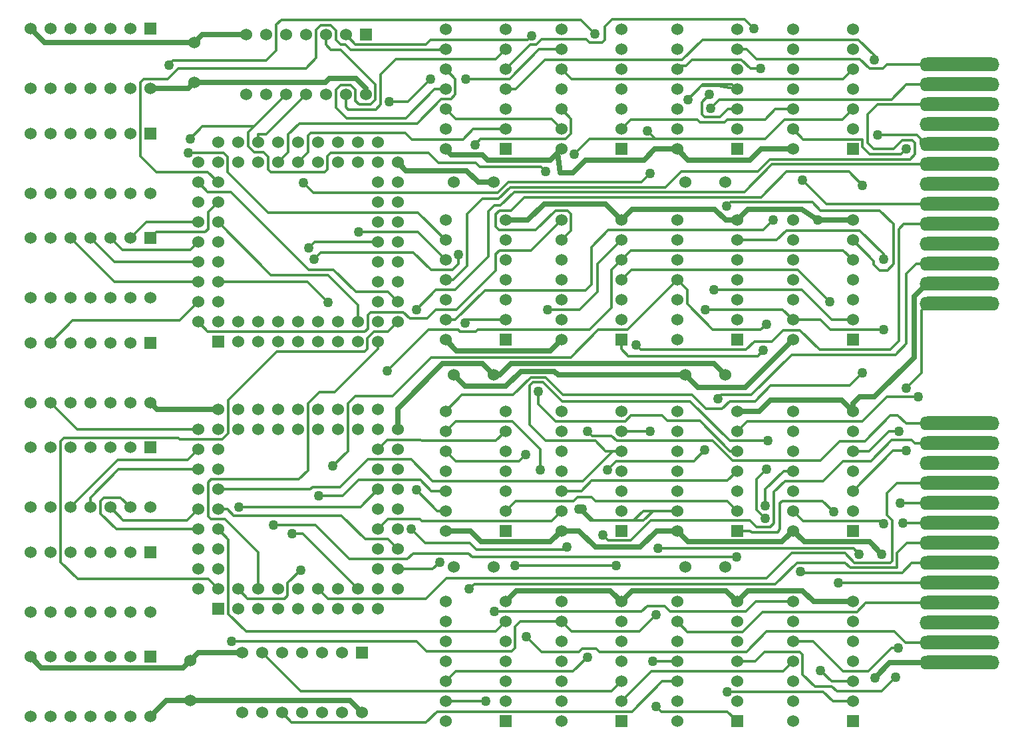
<source format=gtl>
%FSLAX23Y23*%
%MOIN*%
G70*
G01*
G75*
G04 Layer_Physical_Order=1*
G04 Layer_Color=255*
%ADD10O,0.400X0.070*%
%ADD11C,0.025*%
%ADD12C,0.012*%
%ADD13R,0.060X0.060*%
%ADD14C,0.060*%
%ADD15R,0.060X0.060*%
%ADD16C,0.050*%
D10*
X5275Y3550D02*
D03*
Y3450D02*
D03*
Y3350D02*
D03*
Y3250D02*
D03*
Y3150D02*
D03*
Y3050D02*
D03*
Y2950D02*
D03*
Y2850D02*
D03*
Y2750D02*
D03*
Y2650D02*
D03*
Y2550D02*
D03*
Y2450D02*
D03*
Y2350D02*
D03*
Y4150D02*
D03*
Y4250D02*
D03*
Y4350D02*
D03*
Y4450D02*
D03*
Y4550D02*
D03*
Y4650D02*
D03*
Y4750D02*
D03*
Y4850D02*
D03*
Y4950D02*
D03*
Y5050D02*
D03*
Y5150D02*
D03*
Y5250D02*
D03*
Y5350D02*
D03*
D11*
X1420Y2360D02*
X1460Y2400D01*
X1384Y2324D02*
X1420Y2360D01*
X3260Y4907D02*
X3280Y4927D01*
X3224Y4871D02*
X3260Y4907D01*
X3275Y4808D01*
X1420Y2160D02*
X2220D01*
X1300D02*
X1420D01*
X3524Y2713D02*
X3580Y2657D01*
X3056Y2713D02*
X3524D01*
X3000Y2657D02*
X3056Y2713D01*
X4104D02*
X4160Y2657D01*
X3636Y2713D02*
X4104D01*
X3580Y2657D02*
X3636Y2713D01*
X4160Y3613D02*
X4272D01*
X4328Y3669D01*
X4684D01*
X4740Y3613D01*
X3000Y4570D02*
X3112D01*
X3193Y4650D01*
X3500D01*
X3580Y4570D01*
X2460Y4860D02*
X2502Y4818D01*
X2806D01*
X2864Y4760D01*
X2940D01*
X4564Y4570D02*
X4740D01*
X4484Y4626D02*
X4564Y4570D01*
X4216Y4626D02*
X4484D01*
X4160Y4570D02*
X4216Y4626D01*
X1480Y5500D02*
X1700D01*
X1440Y5460D02*
X1480Y5500D01*
X1460Y2400D02*
X1680D01*
X1220Y2080D02*
X1300Y2160D01*
X1255Y3620D02*
X1560D01*
X1220Y3655D02*
X1255Y3620D01*
X2911Y4871D02*
X3224D01*
X2885Y4898D02*
X2911Y4871D01*
X2729Y4898D02*
X2885D01*
X2700Y4927D02*
X2729Y4898D01*
X3749Y4927D02*
X3860D01*
X3693Y4871D02*
X3749Y4927D01*
X3400Y4871D02*
X3693D01*
X3338Y4808D02*
X3400Y4871D01*
X3275Y4808D02*
X3338D01*
X4925Y2350D02*
X5275D01*
X4851Y2276D02*
X4925Y2350D01*
X4825Y2957D02*
X4885Y2896D01*
X4497Y2957D02*
X4825D01*
X4440Y3013D02*
X4497Y2957D01*
X2700Y3013D02*
X2823D01*
X2879Y2957D01*
X3224D01*
X3280Y3013D01*
X3757D02*
X3860D01*
X3676Y2933D02*
X3757Y3013D01*
X3450Y2933D02*
X3676D01*
X3369Y3013D02*
X3450Y2933D01*
X3280Y3013D02*
X3369D01*
X3900Y3795D02*
X3963Y3732D01*
X4202D01*
X4440Y3970D01*
X3224Y3914D02*
X3280Y3970D01*
X2756Y3914D02*
X3224D01*
X2700Y3970D02*
X2756Y3914D01*
X1220Y5230D02*
X1410D01*
X1440Y5260D01*
X4043Y3852D02*
X4100Y3795D01*
X3027Y3852D02*
X4043D01*
X2970Y3795D02*
X3027Y3852D01*
X2940Y3795D02*
X2970D01*
X4280Y4927D02*
X4440D01*
X4224Y4871D02*
X4280Y4927D01*
X3916Y4871D02*
X4224D01*
X3860Y4927D02*
X3916Y4871D01*
X4384Y2957D02*
X4440Y3013D01*
X3916Y2957D02*
X4384D01*
X3860Y3013D02*
X3916Y2957D01*
X2740Y3795D02*
X2798Y3737D01*
X3000D01*
X3077Y3813D01*
X3246D01*
X3264Y3795D01*
X3900D01*
X4740Y3613D02*
Y3650D01*
X4774Y3684D01*
X4849D01*
X5048Y3883D01*
Y4188D01*
X5110Y4250D01*
X5275D01*
X4160Y2657D02*
X4216Y2713D01*
X4487D01*
X4543Y2657D01*
X4740D01*
X4104Y4570D02*
X4160D01*
X4048Y4626D02*
X4104Y4570D01*
X3636Y4626D02*
X4048D01*
X3580Y4570D02*
X3636Y4626D01*
X2460Y3520D02*
Y3626D01*
X2685Y3851D01*
X2884D01*
X2940Y3795D01*
X1440Y5260D02*
X2099D01*
X2119Y5280D01*
X2250D01*
X2300Y5231D01*
Y5200D02*
Y5231D01*
X690Y5460D02*
X1440D01*
X620Y5530D02*
X690Y5460D01*
X2220Y2160D02*
X2280Y2100D01*
X620Y2380D02*
X676Y2324D01*
X1384D01*
D12*
X3981Y5244D02*
X4066D01*
X3981D02*
X3989Y5252D01*
X3913Y5176D02*
X3981Y5244D01*
X5081Y4950D02*
Y4978D01*
X3580Y4370D02*
X3629Y4419D01*
X3531Y4321D02*
X3580Y4370D01*
X3537Y3413D02*
X3580D01*
X3502D02*
X3537D01*
X3387Y3263D02*
X3537Y3413D01*
X1741Y5041D02*
X1900Y5200D01*
X1711Y5011D02*
X1741Y5041D01*
X1482D02*
X1741D01*
X3711Y5017D02*
X3751Y4977D01*
X3740Y3113D02*
X3860D01*
X3691D02*
X3740D01*
X3691Y3064D02*
X3740Y3113D01*
X3751Y4977D02*
X4300D01*
X3420D02*
X3751D01*
X3386Y3120D02*
X3442Y3064D01*
X3642D02*
X3691D01*
X3442D02*
X3642D01*
X3424D02*
X3442D01*
X3642D02*
X3691Y3113D01*
X3368Y3120D02*
X3377Y3111D01*
X3424Y3064D01*
X4941Y3414D02*
X5007D01*
X4740Y3213D02*
X4941Y3414D01*
X4877Y3063D02*
X4893Y3047D01*
X4490Y3063D02*
X4877D01*
X4440Y3113D02*
X4490Y3063D01*
X4440Y2457D02*
X4541D01*
X4691Y2307D01*
X4818D01*
X4936Y2425D01*
X4967D01*
X4992Y3050D02*
X5275D01*
X3737Y2357D02*
X3860D01*
X3737Y2357D02*
X3737Y2357D01*
X3169Y5427D02*
X3280D01*
X3020Y5277D02*
X3169Y5427D01*
X2800Y5277D02*
X3020D01*
X2512Y5165D02*
X2624Y5277D01*
X2418Y5165D02*
X2512D01*
X2007Y4260D02*
X2110Y4157D01*
X1560Y4260D02*
X2007D01*
X2410Y4210D02*
X2460Y4160D01*
X2251Y4210D02*
X2410D01*
X2139Y4322D02*
X2251Y4210D01*
X2014Y4322D02*
X2139D01*
X1626Y4711D02*
X2014Y4322D01*
X1509Y4711D02*
X1626D01*
X1460Y4760D02*
X1509Y4711D01*
X1860Y4860D02*
X1911Y4911D01*
Y5000D01*
X1967Y5056D01*
X2557D01*
X2679Y5178D01*
X2727D01*
X2749Y5200D01*
Y5278D01*
X2700Y5327D02*
X2749Y5278D01*
X2950Y2507D02*
X3000Y2557D01*
X1700Y2507D02*
X2950D01*
X1611Y2596D02*
X1700Y2507D01*
X1611Y2596D02*
Y2969D01*
X1560Y3020D02*
X1611Y2969D01*
X2460Y2820D02*
X2636D01*
X2671Y2855D01*
X4197Y5579D02*
X4244Y5532D01*
X3534Y5579D02*
X4197D01*
X3497Y5542D02*
X3534Y5579D01*
X3497Y5475D02*
Y5542D01*
X3483Y5461D02*
X3497Y5475D01*
X3420Y5461D02*
X3483D01*
X3404Y5477D02*
X3420Y5461D01*
X3181Y5477D02*
X3404D01*
X3156Y5452D02*
X3181Y5477D01*
X3125Y5452D02*
X3156D01*
X3000Y5327D02*
X3125Y5452D01*
X1987Y4759D02*
X2037Y4709D01*
X2962D01*
X3014Y4761D01*
X3682D01*
X3726Y4805D01*
X3989Y5252D02*
X4135D01*
X4160Y5227D01*
X4066Y5244D02*
X4160Y5227D01*
X2629Y3213D02*
X2700D01*
X2574Y3269D02*
X2629Y3213D01*
X2266Y3269D02*
X2574D01*
X2184Y3187D02*
X2266Y3269D01*
X2066Y3187D02*
X2184D01*
X4390Y2307D02*
X4440Y2357D01*
X3730Y2307D02*
X4390D01*
X3580Y2157D02*
X3730Y2307D01*
X4865Y4997D02*
X5062D01*
X5081Y4978D01*
Y4950D02*
X5275D01*
X3580Y5027D02*
X3629Y5076D01*
X3960D01*
X3974Y5062D01*
X4098D01*
X4112Y5076D01*
X4301D01*
X4352Y5127D01*
X4440D01*
X5005Y2450D02*
X5275D01*
X4948Y2507D02*
X5005Y2450D01*
X4308Y2507D02*
X4948D01*
X4207Y2406D02*
X4308Y2507D01*
X3472Y2406D02*
X4207D01*
X3455Y2423D02*
X3472Y2406D01*
X3384Y2423D02*
X3455D01*
X3367Y2406D02*
X3384Y2423D01*
X3182Y2406D02*
X3367D01*
X3106Y2482D02*
X3182Y2406D01*
X2273Y3133D02*
X2360Y3220D01*
X1663Y3133D02*
X2273D01*
X2943Y2607D02*
X3682D01*
X3710Y2635D01*
X3798D01*
X3826Y2607D01*
X4206D01*
X4256Y2657D01*
X4440D01*
X4160Y2357D02*
X4250D01*
X4299Y2406D01*
X4475D01*
X4489Y2392D01*
Y2292D02*
Y2392D01*
Y2292D02*
X4550Y2231D01*
X4636D01*
X4660Y2207D01*
X4884D01*
X4954Y2277D01*
X5008Y3729D02*
X5085Y3806D01*
Y4117D01*
X5118Y4150D01*
X5275D01*
X5007Y3550D02*
X5275D01*
X4965Y3592D02*
X5007Y3550D01*
X4929Y3592D02*
X4965D01*
X4800Y3463D02*
X4929Y3592D01*
X4676Y3463D02*
X4800D01*
X4577Y3364D02*
X4676Y3463D01*
X4137Y3364D02*
X4577D01*
X4037Y3464D02*
X4137Y3364D01*
X3557Y3464D02*
X4037D01*
X3532Y3489D02*
X3557Y3464D01*
X3436Y3489D02*
X3532D01*
X3412Y3513D02*
X3436Y3489D01*
X2658Y3113D02*
X2700D01*
X2553Y3218D02*
X2658Y3113D01*
X2553Y4123D02*
X2651Y4221D01*
X2749D01*
X2916Y4388D01*
Y4615D01*
X2945Y4644D01*
X2976D01*
X3043Y4711D01*
X4197D01*
X4336Y4850D01*
X5275D01*
X4996Y4550D02*
X5275D01*
X4971Y4525D02*
X4996Y4550D01*
X4971Y3964D02*
Y4525D01*
X4928Y3921D02*
X4971Y3964D01*
X4573Y3921D02*
X4928D01*
X4475Y4019D02*
X4573Y3921D01*
X4391Y4019D02*
X4475D01*
X4334Y3962D02*
X4391Y4019D01*
X4248Y3962D02*
X4334D01*
X4206Y3921D02*
X4248Y3962D01*
X3679Y3921D02*
X4206D01*
X3654Y3946D02*
X3679Y3921D01*
X2764Y4352D02*
Y4399D01*
X2733Y4321D02*
X2764Y4352D01*
X2627Y4321D02*
X2733D01*
X2539Y4409D02*
X2627Y4321D01*
X2075Y4409D02*
X2539D01*
X2041Y4375D02*
X2075Y4409D01*
X4669Y2750D02*
X5275D01*
X4125Y3464D02*
X4315D01*
X3926Y3663D02*
X4125Y3464D01*
X3283Y3663D02*
X3926D01*
X3188Y3757D02*
X3283Y3663D01*
X3138Y3757D02*
X3188D01*
X3120Y3740D02*
X3138Y3757D01*
X3120Y3544D02*
Y3740D01*
Y3544D02*
X3200Y3464D01*
X3451D01*
X3502Y3413D01*
X5008Y5250D02*
X5275D01*
X4934Y5176D02*
X5008Y5250D01*
X4072Y5176D02*
X4934D01*
X4029Y5133D02*
X4072Y5176D01*
X2833Y2882D02*
X4159D01*
X2816Y2899D02*
X2833Y2882D01*
X2537Y2899D02*
X2816D01*
X2509Y2871D02*
X2537Y2899D01*
X2217Y2871D02*
X2509D01*
X2047Y3041D02*
X2217Y2871D01*
X1837Y3041D02*
X2047D01*
X5058Y4350D02*
X5275D01*
X5008Y4300D02*
X5058Y4350D01*
X5008Y3950D02*
Y4300D01*
X4954Y3896D02*
X5008Y3950D01*
X4433Y3896D02*
X4954D01*
X4231Y3694D02*
X4433Y3896D01*
X4082Y3694D02*
X4231D01*
X4064Y3676D02*
X4082Y3694D01*
X1313Y5348D02*
X1336Y5371D01*
X1800D01*
X1851Y5422D01*
Y5550D01*
X1877Y5576D01*
X3378D01*
X3448Y5506D01*
X4002Y4121D02*
X4389D01*
X4440Y4070D01*
X3860Y5327D02*
X3879Y5346D01*
X3904D01*
X3934Y5376D01*
X4181D01*
X4227Y5330D01*
X4278D01*
X3296Y2918D02*
X3309Y2931D01*
X2855Y2918D02*
X3296D01*
X2821Y2952D02*
X2855Y2918D01*
X2598Y2952D02*
X2821D01*
X2528Y3022D02*
X2598Y2952D01*
X3510Y3319D02*
X3554Y3363D01*
X3943D01*
X3998Y3418D01*
X4046Y4220D02*
X4486D01*
X4636Y4070D01*
X4740D01*
X3610Y4020D02*
X3860Y4270D01*
X3464Y4020D02*
X3610D01*
X3327Y3883D02*
X3464Y4020D01*
X2994Y3883D02*
X3327D01*
X2994Y3882D02*
X2994Y3883D01*
X2629Y3882D02*
X2994D01*
X2434Y3687D02*
X2629Y3882D01*
X2248Y3687D02*
X2434D01*
X2211Y3650D02*
X2248Y3687D01*
X2211Y3413D02*
Y3650D01*
X2136Y3338D02*
X2211Y3413D01*
X1629Y2458D02*
X2555D01*
X2606Y2407D01*
X3031D01*
X3049Y2425D01*
Y2531D01*
X3075Y2557D01*
X3280D01*
X3330Y2507D01*
X3670D01*
X3754Y2591D01*
X3763Y2926D02*
X4202D01*
X4203Y2925D01*
X4743D01*
X4772Y2896D01*
X3178Y4839D02*
X3202Y4816D01*
X2872Y4839D02*
X3178D01*
X2852Y4859D02*
X2872Y4839D01*
X2665Y4859D02*
X2852D01*
X2615Y4909D02*
X2665Y4859D01*
X2125Y4909D02*
X2615D01*
X2109Y4893D02*
X2125Y4909D01*
X2109Y4825D02*
Y4893D01*
X2095Y4811D02*
X2109Y4825D01*
X1825Y4811D02*
X2095D01*
X1811Y4825D02*
X1825Y4811D01*
X1811Y4825D02*
Y4887D01*
X1788Y4910D02*
X1811Y4887D01*
X1741Y4910D02*
X1788D01*
X1711Y4940D02*
X1741Y4910D01*
X1711Y4940D02*
Y5011D01*
X2700Y5127D02*
X2750Y5077D01*
X3230D01*
X3280Y5027D01*
X3580Y3513D02*
X3726D01*
X3176Y3317D02*
Y3421D01*
X3034Y3563D02*
X3176Y3421D01*
X2750Y3563D02*
X3034D01*
X2700Y3513D02*
X2750Y3563D01*
X4689Y5076D02*
X4740Y5127D01*
X4399Y5076D02*
X4689D01*
X4300Y4977D02*
X4399Y5076D01*
X3345Y4902D02*
X3420Y4977D01*
X4847Y5374D02*
Y5397D01*
X4768Y5476D02*
X4847Y5397D01*
X3987Y5476D02*
X4768D01*
X3886Y5376D02*
X3987Y5476D01*
X3199Y5376D02*
X3886D01*
X3050Y5227D02*
X3199Y5376D01*
X3000Y5227D02*
X3050D01*
X2200Y5138D02*
Y5200D01*
Y5138D02*
X2212Y5126D01*
X2350D01*
X2374Y5150D01*
Y5300D01*
X2451Y5377D01*
X2950D01*
X3000Y5427D01*
X2812Y4070D02*
X3000D01*
X2798Y4056D02*
X2812Y4070D01*
X2560Y4510D02*
X2700Y4370D01*
X2265Y4510D02*
X2560D01*
X3164Y3649D02*
Y3713D01*
Y3649D02*
X3250Y3563D01*
X3601D01*
X3629Y3591D01*
X3784D01*
X3811Y3564D01*
X3974D01*
X4125Y3413D01*
X4160D01*
X3069Y3363D02*
X3102Y3396D01*
X2750Y3363D02*
X3069D01*
X2700Y3413D02*
X2750Y3363D01*
X4690Y5277D02*
X4740Y5327D01*
X3330Y5277D02*
X4690D01*
X3280Y5327D02*
X3330Y5277D01*
X3580Y3925D02*
Y3970D01*
Y3925D02*
X3616Y3889D01*
X4263D01*
X4292Y3918D01*
X4588Y3163D02*
X4644Y3107D01*
X4389Y3163D02*
X4588D01*
X4376Y3150D02*
X4389Y3163D01*
X4376Y3020D02*
Y3150D01*
X4363Y3006D02*
X4376Y3020D01*
X4233Y3006D02*
X4363D01*
X4226Y3013D02*
X4233Y3006D01*
X4160Y3013D02*
X4226D01*
X2700Y3613D02*
X2781Y3694D01*
X3039D01*
X3127Y3782D01*
X3201D01*
X3289Y3694D01*
X3936D01*
X4005Y3625D01*
X4086D01*
X4124Y3662D01*
X4250D01*
X4328Y3740D01*
X4725D01*
X4789Y3804D01*
X1420Y4979D02*
X1482Y5041D01*
X1560Y4560D02*
X1826Y4294D01*
X2110D01*
X2260Y4144D01*
Y4060D02*
Y4144D01*
X3111Y5476D02*
X3131Y5496D01*
X2626Y5476D02*
X3111D01*
X2601Y5451D02*
X2626Y5476D01*
X2249Y5451D02*
X2601D01*
X2200Y5500D02*
X2249Y5451D01*
X4579Y2313D02*
X4635Y2257D01*
X4740D01*
X4720Y4814D02*
X4789Y4745D01*
X4409Y4814D02*
X4720D01*
X4281Y4686D02*
X4409Y4814D01*
X3096Y4686D02*
X4281D01*
X3029Y4619D02*
X3096Y4686D01*
X2970Y4619D02*
X3029D01*
X2951Y4600D02*
X2970Y4619D01*
X2951Y4537D02*
Y4600D01*
Y4537D02*
X2968Y4520D01*
X3151D01*
X3250Y4619D01*
X3312D01*
X3329Y4602D01*
Y4519D02*
Y4602D01*
X3280Y4470D02*
X3329Y4519D01*
X4279Y4021D02*
X4307Y4049D01*
X4039Y4021D02*
X4279D01*
X3910Y4150D02*
X4039Y4021D01*
X3910Y4150D02*
Y4220D01*
X3860Y4270D02*
X3910Y4220D01*
X5052Y3450D02*
X5275D01*
X5033Y3469D02*
X5052Y3450D01*
X4936Y3469D02*
X5033D01*
X4830Y3363D02*
X4936Y3469D01*
X4691Y3363D02*
X4830D01*
X4591Y3263D02*
X4691Y3363D01*
X4400Y3263D02*
X4591D01*
X4346Y3209D02*
X4400Y3263D01*
X4346Y3050D02*
Y3209D01*
X4327Y3031D02*
X4346Y3050D01*
X4258Y3031D02*
X4327D01*
X4225Y3064D02*
X4258Y3031D01*
X3729Y3064D02*
X4225D01*
X3629Y2964D02*
X3729Y3064D01*
X3514Y2964D02*
X3629D01*
X3487Y2991D02*
X3514Y2964D01*
X2409Y3814D02*
X2616Y4021D01*
X2763D01*
X2772Y4012D01*
X2851D01*
X2860Y4021D01*
X3422D01*
X3531Y4130D01*
Y4321D01*
X4258Y3270D02*
X4308Y3320D01*
X4258Y3119D02*
Y3270D01*
Y3119D02*
X4302Y3075D01*
X4982Y4902D02*
X5008Y4928D01*
X4826Y4902D02*
X4982D01*
X4789Y4939D02*
X4826Y4902D01*
X4789Y4939D02*
Y4976D01*
X4491D02*
X4789D01*
X4440Y5027D02*
X4491Y4976D01*
X1760Y2720D02*
Y2905D01*
X1594Y3071D02*
X1760Y2905D01*
X1525Y3071D02*
X1594D01*
X1511Y3085D02*
X1525Y3071D01*
X1511Y3085D02*
Y3256D01*
X1525Y3270D01*
X1966D01*
X2010Y3314D01*
Y3650D01*
X2069Y3709D01*
X2144D01*
X2360Y3925D01*
Y3960D01*
X3985Y5100D02*
Y5163D01*
Y5100D02*
X3998Y5087D01*
X4073D01*
X4113Y5127D01*
X4160D01*
X4465Y4320D02*
X4623Y4162D01*
X3630Y4320D02*
X4465D01*
X3580Y4270D02*
X3630Y4320D01*
X5036Y2850D02*
X5275D01*
X4987Y2802D02*
X5036Y2850D01*
X4486Y2802D02*
X4987D01*
X4479Y2809D02*
X4486Y2802D01*
X1509Y4811D02*
X1560Y4760D01*
X1250Y4811D02*
X1509D01*
X1171Y4890D02*
X1250Y4811D01*
X1171Y4890D02*
Y5263D01*
X1187Y5279D01*
X1308D01*
X1362Y5333D01*
X2000D01*
X2051Y5384D01*
Y5525D01*
X2075Y5549D01*
X2125D01*
X2151Y5523D01*
Y5475D02*
Y5523D01*
Y5475D02*
X2175Y5451D01*
X2199D01*
X2224Y5426D01*
X2669D01*
X2670Y5427D01*
X2700D01*
X2646Y5227D02*
X2700D01*
X2500Y5081D02*
X2646Y5227D01*
X2206Y5081D02*
X2500D01*
X2151Y5136D02*
X2206Y5081D01*
X2151Y5136D02*
Y5225D01*
X2175Y5249D01*
X2225D01*
X2249Y5225D01*
Y5169D02*
Y5225D01*
Y5169D02*
X2267Y5151D01*
X2325D01*
X2349Y5175D01*
Y5251D01*
X2174Y5426D02*
X2349Y5251D01*
X2125Y5426D02*
X2174D01*
X2100Y5451D02*
X2125Y5426D01*
X2100Y5451D02*
Y5500D01*
X2837Y5027D02*
X3000D01*
X2787Y4976D02*
X2837Y5027D01*
X2530Y4976D02*
X2787D01*
X2497Y5009D02*
X2530Y4976D01*
X2025Y5009D02*
X2497D01*
X2010Y4994D02*
X2025Y5009D01*
X2010Y4910D02*
Y4994D01*
X1960Y4860D02*
X2010Y4910D01*
X3280Y5127D02*
X3329Y5078D01*
Y5006D02*
Y5078D01*
X3300Y4977D02*
X3329Y5006D01*
X2876Y4977D02*
X3300D01*
X2847Y4948D02*
X2876Y4977D01*
X4962Y3250D02*
X5275D01*
X4912Y3200D02*
X4962Y3250D01*
X4912Y3091D02*
Y3200D01*
Y3091D02*
X4937Y3066D01*
Y2860D02*
Y3066D01*
X4929Y2852D02*
X4937Y2860D01*
X4749Y2852D02*
X4929D01*
X4701Y2900D02*
X4749Y2852D01*
X4433Y2900D02*
X4701D01*
X4308Y2775D02*
X4433Y2900D01*
X2705Y2775D02*
X4308D01*
X2600Y2670D02*
X2705Y2775D01*
X2110Y2670D02*
X2600D01*
X2060Y2720D02*
X2110Y2670D01*
X5012Y2950D02*
X5275D01*
X4962Y2900D02*
X5012Y2950D01*
X4962Y2827D02*
Y2900D01*
X4728Y2827D02*
X4962D01*
X4702Y2853D02*
X4728Y2827D01*
X4460Y2853D02*
X4702D01*
X4352Y2745D02*
X4460Y2853D01*
X2844Y2745D02*
X4352D01*
X2819Y2720D02*
X2844Y2745D01*
X2043Y4460D02*
X2360D01*
X2016Y4433D02*
X2043Y4460D01*
X1909Y2750D02*
X1975Y2816D01*
X1909Y2688D02*
Y2750D01*
X1893Y2671D02*
X1909Y2688D01*
X1709Y2671D02*
X1893D01*
X1660Y2720D02*
X1709Y2671D01*
X4864Y5150D02*
X5275D01*
X4814Y5100D02*
X4864Y5150D01*
X4814Y4959D02*
Y5100D01*
Y4959D02*
X4845Y4928D01*
X4945D01*
X4989Y4972D01*
X5037D01*
X5052Y4957D01*
Y4900D02*
Y4957D01*
X5027Y4875D02*
X5052Y4900D01*
X4325Y4875D02*
X5027D01*
X4266Y4816D02*
X4325Y4875D01*
X3880Y4816D02*
X4266D01*
X3800Y4736D02*
X3880Y4816D01*
X3024Y4736D02*
X3800D01*
X2966Y4678D02*
X3024Y4736D01*
X2886Y4678D02*
X2966D01*
X2808Y4600D02*
X2886Y4678D01*
X2808Y4340D02*
Y4600D01*
X2738Y4270D02*
X2808Y4340D01*
X2700Y4270D02*
X2738D01*
X4911Y5350D02*
X5275D01*
X4891Y5330D02*
X4911Y5350D01*
X4823Y5330D02*
X4891D01*
X4776Y5377D02*
X4823Y5330D01*
X4258Y5377D02*
X4776D01*
X4208Y5427D02*
X4258Y5377D01*
X4160Y5427D02*
X4208D01*
X1560Y3220D02*
X2022D01*
X2033Y3231D01*
X2172D01*
X2311Y3370D01*
X2528D01*
X2635Y3263D01*
X3387D01*
X3280Y3213D02*
X3381D01*
X3432Y3264D01*
X4111D01*
X4160Y3313D01*
X3129Y4419D02*
X3280Y4570D01*
X2970Y4419D02*
X3129D01*
X2951Y4400D02*
X2970Y4419D01*
X2951Y4317D02*
Y4400D01*
X2755Y4121D02*
X2951Y4317D01*
X2651Y4121D02*
X2755D01*
X2607Y4077D02*
X2651Y4121D01*
X2520Y4077D02*
X2607D01*
X2487Y4109D02*
X2520Y4077D01*
X2325Y4109D02*
X2487D01*
X2310Y4094D02*
X2325Y4109D01*
X2310Y4025D02*
Y4094D01*
X2296Y4011D02*
X2310Y4025D01*
X1509Y4011D02*
X2296D01*
X1460Y4060D02*
X1509Y4011D01*
X2411D02*
X2460Y4060D01*
X2342Y4011D02*
X2411D01*
X2309Y3978D02*
X2342Y4011D01*
X2309Y3925D02*
Y3978D01*
X2295Y3911D02*
X2309Y3925D01*
X1853Y3911D02*
X2295D01*
X1611Y3669D02*
X1853Y3911D01*
X1611Y3500D02*
Y3669D01*
X1582Y3471D02*
X1611Y3500D01*
X1368Y3471D02*
X1582D01*
X1360Y3479D02*
X1368Y3471D01*
X788Y3479D02*
X1360D01*
X771Y3463D02*
X788Y3479D01*
X771Y2856D02*
Y3463D01*
Y2856D02*
X857Y2770D01*
X1510D01*
X1560Y2720D01*
X4290Y4520D02*
X4340Y4570D01*
X3516Y4520D02*
X4290D01*
X3430Y4434D02*
X3516Y4520D01*
X3430Y4249D02*
Y4434D01*
X3400Y4219D02*
X3430Y4249D01*
X2898Y4219D02*
X3400D01*
X2749Y4070D02*
X2898Y4219D01*
X2700Y4070D02*
X2749D01*
X4440D02*
X4577D01*
X4627Y4020D01*
X4896D01*
X4978Y3150D02*
X5275D01*
X4740Y3413D02*
X4821D01*
X4921Y3513D01*
X4972D01*
X4111Y2106D02*
X4160Y2057D01*
X3780Y2106D02*
X4111D01*
X3754Y2132D02*
X3780Y2106D01*
X3049Y2838D02*
X3556D01*
X2561Y4609D02*
X2700Y4470D01*
X1811Y4609D02*
X2561D01*
X1609Y4811D02*
X1811Y4609D01*
X1609Y4811D02*
Y4887D01*
X1587Y4909D02*
X1609Y4887D01*
X1411Y4909D02*
X1587D01*
X1983Y2997D02*
X2260Y2720D01*
X1931Y2997D02*
X1983D01*
X2410Y2970D02*
X2460Y2920D01*
X2297Y2970D02*
X2410D01*
X2178Y3089D02*
X2297Y2970D01*
X1638Y3089D02*
X2178D01*
X1607Y3120D02*
X1638Y3089D01*
X1560Y3120D02*
X1607D01*
X4393Y3313D02*
X4440D01*
X4302Y3222D02*
X4393Y3313D01*
X4302Y3138D02*
Y3222D01*
X4111Y2206D02*
X4591D01*
X4641Y2157D01*
X4740D01*
X4110Y3163D02*
X4160Y3113D01*
X3450Y3163D02*
X4110D01*
X3430Y3183D02*
X3450Y3163D01*
X3362Y3183D02*
X3430D01*
X3342Y3163D02*
X3362Y3183D01*
X3050Y3163D02*
X3342D01*
X3000Y3113D02*
X3050Y3163D01*
X3339Y2307D02*
X3411Y2379D01*
X2750Y2307D02*
X3339D01*
X2700Y2257D02*
X2750Y2307D01*
X3985Y5163D02*
X4022Y5200D01*
X4109Y4642D02*
X4128Y4661D01*
X4537D01*
X4579Y4619D01*
X4876D01*
X4945Y4550D01*
Y4350D02*
Y4550D01*
X4913Y4318D02*
X4945Y4350D01*
X4875Y4318D02*
X4913D01*
X4844Y4349D02*
X4875Y4318D01*
X4844Y4349D02*
Y4366D01*
X4740Y4470D02*
X4844Y4366D01*
X3230Y3063D02*
X3280Y3113D01*
X2580Y3063D02*
X3230D01*
X2572Y3071D02*
X2580Y3063D01*
X2411Y3071D02*
X2572D01*
X2360Y3020D02*
X2411Y3071D01*
X3212Y4120D02*
X3370D01*
X3460Y4210D01*
Y4350D01*
X3580Y4470D01*
X2700Y2157D02*
X2901D01*
X4910Y3685D02*
X5067D01*
X4788Y3563D02*
X4910Y3685D01*
X4210Y3563D02*
X4788D01*
X4160Y3513D02*
X4210Y3563D01*
X4160Y4470D02*
X4359D01*
X4408Y4519D01*
X4775D01*
X4894Y4400D01*
Y4375D02*
Y4400D01*
X4609Y4650D02*
X5275D01*
X4489Y4770D02*
X4609Y4650D01*
X1880Y2100D02*
X1929Y2051D01*
X2602D01*
X2657Y2106D01*
X3634D01*
X3785Y2257D01*
X3860D01*
X4804Y2650D02*
X5275D01*
X4760Y2606D02*
X4804Y2650D01*
X4288Y2606D02*
X4760D01*
X4188Y2506D02*
X4288Y2606D01*
X3911Y2506D02*
X4188D01*
X3860Y2557D02*
X3911Y2506D01*
X1062Y3320D02*
X1460D01*
X920Y3178D02*
X1062Y3320D01*
X920Y3130D02*
Y3178D01*
X1050Y3020D02*
X1460D01*
X971Y3099D02*
X1050Y3020D01*
X971Y3099D02*
Y3162D01*
X988Y3179D01*
X1071D01*
X1120Y3130D01*
X820D02*
X1059Y3369D01*
X1409D01*
X1460Y3420D01*
X1800Y5000D02*
X2000Y5200D01*
X1760Y5000D02*
X1800D01*
X1760Y4960D02*
Y5000D01*
X1220Y4480D02*
X1251Y4511D01*
X1496D01*
X1510Y4525D01*
Y4610D01*
X1560Y4660D01*
X1040Y4260D02*
X1460D01*
X820Y4480D02*
X1040Y4260D01*
X720Y3955D02*
X832Y4067D01*
X1367D01*
X1460Y4160D01*
X1200Y4560D02*
X1460D01*
X1120Y4480D02*
X1200Y4560D01*
X1040Y4360D02*
X1460D01*
X920Y4480D02*
X1040Y4360D01*
X855Y3520D02*
X1460D01*
X720Y3655D02*
X855Y3520D01*
X2951Y3464D02*
X3000Y3513D01*
X2580Y3464D02*
X2951D01*
X2575Y3469D02*
X2580Y3464D01*
X2409Y3469D02*
X2575D01*
X2360Y3420D02*
X2409Y3469D01*
X1780Y2400D02*
X1973Y2207D01*
X3530D01*
X3580Y2257D01*
X1020Y4480D02*
X1080Y4420D01*
X1420D01*
X1460Y4460D01*
X1404Y3064D02*
X1460Y3120D01*
X1086Y3064D02*
X1404D01*
X1020Y3130D02*
X1086Y3064D01*
X4691Y4419D02*
X4740Y4370D01*
X3629Y4419D02*
X4691D01*
D13*
X2300Y5500D02*
D03*
X2280Y2400D02*
D03*
X1220Y5530D02*
D03*
Y5005D02*
D03*
Y4480D02*
D03*
Y3955D02*
D03*
Y3430D02*
D03*
Y2905D02*
D03*
Y2380D02*
D03*
X1560Y3960D02*
D03*
Y2620D02*
D03*
D14*
X2200Y5500D02*
D03*
X2100D02*
D03*
X2000D02*
D03*
X1900D02*
D03*
X1800D02*
D03*
X1700D02*
D03*
Y5200D02*
D03*
X1800D02*
D03*
X1900D02*
D03*
X2000D02*
D03*
X2100D02*
D03*
X2200D02*
D03*
X2300D02*
D03*
X3000Y5027D02*
D03*
Y5127D02*
D03*
Y5227D02*
D03*
Y5327D02*
D03*
Y5427D02*
D03*
Y5527D02*
D03*
X2700D02*
D03*
Y5427D02*
D03*
Y5327D02*
D03*
Y5227D02*
D03*
Y5127D02*
D03*
Y5027D02*
D03*
Y4927D02*
D03*
X3580Y5027D02*
D03*
Y5127D02*
D03*
Y5227D02*
D03*
Y5327D02*
D03*
Y5427D02*
D03*
Y5527D02*
D03*
X3280D02*
D03*
Y5427D02*
D03*
Y5327D02*
D03*
Y5227D02*
D03*
Y5127D02*
D03*
Y5027D02*
D03*
Y4927D02*
D03*
X4160Y5027D02*
D03*
Y5127D02*
D03*
Y5227D02*
D03*
Y5327D02*
D03*
Y5427D02*
D03*
Y5527D02*
D03*
X3860D02*
D03*
Y5427D02*
D03*
Y5327D02*
D03*
Y5227D02*
D03*
Y5127D02*
D03*
Y5027D02*
D03*
Y4927D02*
D03*
X4740Y5027D02*
D03*
Y5127D02*
D03*
Y5227D02*
D03*
Y5327D02*
D03*
Y5427D02*
D03*
Y5527D02*
D03*
X4440D02*
D03*
Y5427D02*
D03*
Y5327D02*
D03*
Y5227D02*
D03*
Y5127D02*
D03*
Y5027D02*
D03*
Y4927D02*
D03*
X3000Y4070D02*
D03*
Y4170D02*
D03*
Y4270D02*
D03*
Y4370D02*
D03*
Y4470D02*
D03*
Y4570D02*
D03*
X2700D02*
D03*
Y4470D02*
D03*
Y4370D02*
D03*
Y4270D02*
D03*
Y4170D02*
D03*
Y4070D02*
D03*
Y3970D02*
D03*
X3580Y4070D02*
D03*
Y4170D02*
D03*
Y4270D02*
D03*
Y4370D02*
D03*
Y4470D02*
D03*
Y4570D02*
D03*
X3280D02*
D03*
Y4470D02*
D03*
Y4370D02*
D03*
Y4270D02*
D03*
Y4170D02*
D03*
Y4070D02*
D03*
Y3970D02*
D03*
X4160Y4070D02*
D03*
Y4170D02*
D03*
Y4270D02*
D03*
Y4370D02*
D03*
Y4470D02*
D03*
Y4570D02*
D03*
X3860D02*
D03*
Y4470D02*
D03*
Y4370D02*
D03*
Y4270D02*
D03*
Y4170D02*
D03*
Y4070D02*
D03*
Y3970D02*
D03*
X4740Y4070D02*
D03*
Y4170D02*
D03*
Y4270D02*
D03*
Y4370D02*
D03*
Y4470D02*
D03*
Y4570D02*
D03*
X4440D02*
D03*
Y4470D02*
D03*
Y4370D02*
D03*
Y4270D02*
D03*
Y4170D02*
D03*
Y4070D02*
D03*
Y3970D02*
D03*
X3000Y3113D02*
D03*
Y3213D02*
D03*
Y3313D02*
D03*
Y3413D02*
D03*
Y3513D02*
D03*
Y3613D02*
D03*
X2700D02*
D03*
Y3513D02*
D03*
Y3413D02*
D03*
Y3313D02*
D03*
Y3213D02*
D03*
Y3113D02*
D03*
Y3013D02*
D03*
X3580Y3113D02*
D03*
Y3213D02*
D03*
Y3313D02*
D03*
Y3413D02*
D03*
Y3513D02*
D03*
Y3613D02*
D03*
X3280D02*
D03*
Y3513D02*
D03*
Y3413D02*
D03*
Y3313D02*
D03*
Y3213D02*
D03*
Y3113D02*
D03*
Y3013D02*
D03*
X4160Y3113D02*
D03*
Y3213D02*
D03*
Y3313D02*
D03*
Y3413D02*
D03*
Y3513D02*
D03*
Y3613D02*
D03*
X3860D02*
D03*
Y3513D02*
D03*
Y3413D02*
D03*
Y3313D02*
D03*
Y3213D02*
D03*
Y3113D02*
D03*
Y3013D02*
D03*
X4740Y3113D02*
D03*
Y3213D02*
D03*
Y3313D02*
D03*
Y3413D02*
D03*
Y3513D02*
D03*
Y3613D02*
D03*
X4440D02*
D03*
Y3513D02*
D03*
Y3413D02*
D03*
Y3313D02*
D03*
Y3213D02*
D03*
Y3113D02*
D03*
Y3013D02*
D03*
X2180Y2400D02*
D03*
X2080D02*
D03*
X1980D02*
D03*
X1880D02*
D03*
X1780D02*
D03*
X1680D02*
D03*
Y2100D02*
D03*
X1780D02*
D03*
X1880D02*
D03*
X1980D02*
D03*
X2080D02*
D03*
X2180D02*
D03*
X2280D02*
D03*
X3000Y2157D02*
D03*
Y2257D02*
D03*
Y2357D02*
D03*
Y2457D02*
D03*
Y2557D02*
D03*
Y2657D02*
D03*
X2700D02*
D03*
Y2557D02*
D03*
Y2457D02*
D03*
Y2357D02*
D03*
Y2257D02*
D03*
Y2157D02*
D03*
Y2057D02*
D03*
X3580Y2157D02*
D03*
Y2257D02*
D03*
Y2357D02*
D03*
Y2457D02*
D03*
Y2557D02*
D03*
Y2657D02*
D03*
X3280D02*
D03*
Y2557D02*
D03*
Y2457D02*
D03*
Y2357D02*
D03*
Y2257D02*
D03*
Y2157D02*
D03*
Y2057D02*
D03*
X4160Y2157D02*
D03*
Y2257D02*
D03*
Y2357D02*
D03*
Y2457D02*
D03*
Y2557D02*
D03*
Y2657D02*
D03*
X3860D02*
D03*
Y2557D02*
D03*
Y2457D02*
D03*
Y2357D02*
D03*
Y2257D02*
D03*
Y2157D02*
D03*
Y2057D02*
D03*
X4740Y2157D02*
D03*
Y2257D02*
D03*
Y2357D02*
D03*
Y2457D02*
D03*
Y2557D02*
D03*
Y2657D02*
D03*
X4440D02*
D03*
Y2557D02*
D03*
Y2457D02*
D03*
Y2357D02*
D03*
Y2257D02*
D03*
Y2157D02*
D03*
Y2057D02*
D03*
X1120Y5530D02*
D03*
X1020D02*
D03*
X920D02*
D03*
X820D02*
D03*
X720D02*
D03*
X620D02*
D03*
Y5230D02*
D03*
X720D02*
D03*
X820D02*
D03*
X920D02*
D03*
X1020D02*
D03*
X1120D02*
D03*
X1220D02*
D03*
X1120Y5005D02*
D03*
X1020D02*
D03*
X920D02*
D03*
X820D02*
D03*
X720D02*
D03*
X620D02*
D03*
Y4705D02*
D03*
X720D02*
D03*
X820D02*
D03*
X920D02*
D03*
X1020D02*
D03*
X1120D02*
D03*
X1220D02*
D03*
X1120Y4480D02*
D03*
X1020D02*
D03*
X920D02*
D03*
X820D02*
D03*
X720D02*
D03*
X620D02*
D03*
Y4180D02*
D03*
X720D02*
D03*
X820D02*
D03*
X920D02*
D03*
X1020D02*
D03*
X1120D02*
D03*
X1220D02*
D03*
X1120Y3955D02*
D03*
X1020D02*
D03*
X920D02*
D03*
X820D02*
D03*
X720D02*
D03*
X620D02*
D03*
Y3655D02*
D03*
X720D02*
D03*
X820D02*
D03*
X920D02*
D03*
X1020D02*
D03*
X1120D02*
D03*
X1220D02*
D03*
X1120Y3430D02*
D03*
X1020D02*
D03*
X920D02*
D03*
X820D02*
D03*
X720D02*
D03*
X620D02*
D03*
Y3130D02*
D03*
X720D02*
D03*
X820D02*
D03*
X920D02*
D03*
X1020D02*
D03*
X1120D02*
D03*
X1220D02*
D03*
X1120Y2905D02*
D03*
X1020D02*
D03*
X920D02*
D03*
X820D02*
D03*
X720D02*
D03*
X620D02*
D03*
Y2605D02*
D03*
X720D02*
D03*
X820D02*
D03*
X920D02*
D03*
X1020D02*
D03*
X1120D02*
D03*
X1220D02*
D03*
X1120Y2380D02*
D03*
X1020D02*
D03*
X920D02*
D03*
X820D02*
D03*
X720D02*
D03*
X620D02*
D03*
Y2080D02*
D03*
X720D02*
D03*
X820D02*
D03*
X920D02*
D03*
X1020D02*
D03*
X1120D02*
D03*
X1220D02*
D03*
X1560Y4060D02*
D03*
X1660Y3960D02*
D03*
Y4060D02*
D03*
X1760Y3960D02*
D03*
Y4060D02*
D03*
X1860Y3960D02*
D03*
Y4060D02*
D03*
X1960Y3960D02*
D03*
Y4060D02*
D03*
X2060Y3960D02*
D03*
Y4060D02*
D03*
X2160Y3960D02*
D03*
Y4060D02*
D03*
X2260Y3960D02*
D03*
Y4060D02*
D03*
X2360Y3960D02*
D03*
X2460Y4060D02*
D03*
X2360D02*
D03*
X2460Y4160D02*
D03*
X2360D02*
D03*
X2460Y4260D02*
D03*
X2360D02*
D03*
X2460Y4360D02*
D03*
X2360D02*
D03*
X2460Y4460D02*
D03*
X2360D02*
D03*
X2460Y4560D02*
D03*
X2360D02*
D03*
X2460Y4660D02*
D03*
X2360D02*
D03*
X2460Y4760D02*
D03*
X2360D02*
D03*
X2460Y4860D02*
D03*
X2360Y4960D02*
D03*
Y4860D02*
D03*
X2260Y4960D02*
D03*
Y4860D02*
D03*
X2160Y4960D02*
D03*
Y4860D02*
D03*
X2060Y4960D02*
D03*
Y4860D02*
D03*
X1960Y4960D02*
D03*
Y4860D02*
D03*
X1860Y4960D02*
D03*
Y4860D02*
D03*
X1760Y4960D02*
D03*
Y4860D02*
D03*
X1660Y4960D02*
D03*
Y4860D02*
D03*
X1560Y4960D02*
D03*
X1460Y4860D02*
D03*
X1560D02*
D03*
X1460Y4760D02*
D03*
X1560D02*
D03*
X1460Y4660D02*
D03*
X1560D02*
D03*
X1460Y4560D02*
D03*
X1560D02*
D03*
X1460Y4460D02*
D03*
X1560D02*
D03*
X1460Y4360D02*
D03*
X1560D02*
D03*
X1460Y4260D02*
D03*
X1560D02*
D03*
X1460Y4160D02*
D03*
X1560D02*
D03*
X1460Y4060D02*
D03*
X1560Y2720D02*
D03*
X1660Y2620D02*
D03*
Y2720D02*
D03*
X1760Y2620D02*
D03*
Y2720D02*
D03*
X1860Y2620D02*
D03*
Y2720D02*
D03*
X1960Y2620D02*
D03*
Y2720D02*
D03*
X2060Y2620D02*
D03*
Y2720D02*
D03*
X2160Y2620D02*
D03*
Y2720D02*
D03*
X2260Y2620D02*
D03*
Y2720D02*
D03*
X2360Y2620D02*
D03*
X2460Y2720D02*
D03*
X2360D02*
D03*
X2460Y2820D02*
D03*
X2360D02*
D03*
X2460Y2920D02*
D03*
X2360D02*
D03*
X2460Y3020D02*
D03*
X2360D02*
D03*
X2460Y3120D02*
D03*
X2360D02*
D03*
X2460Y3220D02*
D03*
X2360D02*
D03*
X2460Y3320D02*
D03*
X2360D02*
D03*
X2460Y3420D02*
D03*
X2360D02*
D03*
X2460Y3520D02*
D03*
X2360Y3620D02*
D03*
Y3520D02*
D03*
X2260Y3620D02*
D03*
Y3520D02*
D03*
X2160Y3620D02*
D03*
Y3520D02*
D03*
X2060Y3620D02*
D03*
Y3520D02*
D03*
X1960Y3620D02*
D03*
Y3520D02*
D03*
X1860Y3620D02*
D03*
Y3520D02*
D03*
X1760Y3620D02*
D03*
Y3520D02*
D03*
X1660Y3620D02*
D03*
Y3520D02*
D03*
X1560Y3620D02*
D03*
X1460Y3520D02*
D03*
X1560D02*
D03*
X1460Y3420D02*
D03*
X1560D02*
D03*
X1460Y3320D02*
D03*
X1560D02*
D03*
X1460Y3220D02*
D03*
X1560D02*
D03*
X1460Y3120D02*
D03*
X1560D02*
D03*
X1460Y3020D02*
D03*
X1560D02*
D03*
X1460Y2920D02*
D03*
X1560D02*
D03*
X1460Y2820D02*
D03*
X1560D02*
D03*
X1460Y2720D02*
D03*
X1440Y5260D02*
D03*
Y5460D02*
D03*
X1420Y2160D02*
D03*
Y2360D02*
D03*
X2940Y4760D02*
D03*
X2740D02*
D03*
X4100D02*
D03*
X3900D02*
D03*
X2940Y3795D02*
D03*
X2740D02*
D03*
X4100D02*
D03*
X3900D02*
D03*
X2940Y2830D02*
D03*
X2740D02*
D03*
X4100D02*
D03*
X3900D02*
D03*
D15*
X3000Y4927D02*
D03*
X3580D02*
D03*
X4160D02*
D03*
X4740D02*
D03*
X3000Y3970D02*
D03*
X3580D02*
D03*
X4160D02*
D03*
X4740D02*
D03*
X3000Y3013D02*
D03*
X3580D02*
D03*
X4160D02*
D03*
X4740D02*
D03*
X3000Y2057D02*
D03*
X3580D02*
D03*
X4160D02*
D03*
X4740D02*
D03*
D16*
X4851Y2276D02*
D03*
X4885Y2896D02*
D03*
X5007Y3414D02*
D03*
X4893Y3047D02*
D03*
X4967Y2425D02*
D03*
X4992Y3050D02*
D03*
X3737Y2357D02*
D03*
X2800Y5277D02*
D03*
X2624D02*
D03*
X2418Y5165D02*
D03*
X2110Y4157D02*
D03*
X2671Y2855D02*
D03*
X4244Y5532D02*
D03*
X1987Y4759D02*
D03*
X3726Y4805D02*
D03*
X3913Y5176D02*
D03*
X2066Y3187D02*
D03*
X4865Y4997D02*
D03*
X3106Y2482D02*
D03*
X1663Y3133D02*
D03*
X2943Y2607D02*
D03*
X4954Y2277D02*
D03*
X5008Y3729D02*
D03*
X3412Y3513D02*
D03*
X2553Y3218D02*
D03*
Y4123D02*
D03*
X3654Y3946D02*
D03*
X2764Y4399D02*
D03*
X2041Y4375D02*
D03*
X4669Y2750D02*
D03*
X4315Y3464D02*
D03*
X4029Y5133D02*
D03*
X4159Y2882D02*
D03*
X1837Y3041D02*
D03*
X4064Y3676D02*
D03*
X1313Y5348D02*
D03*
X3448Y5506D02*
D03*
X4002Y4121D02*
D03*
X4278Y5330D02*
D03*
X3309Y2931D02*
D03*
X2528Y3022D02*
D03*
X3510Y3319D02*
D03*
X3998Y3418D02*
D03*
X4046Y4220D02*
D03*
X2136Y3338D02*
D03*
X1629Y2458D02*
D03*
X3754Y2591D02*
D03*
X3763Y2926D02*
D03*
X4772Y2896D02*
D03*
X3202Y4816D02*
D03*
X3726Y3513D02*
D03*
X3176Y3317D02*
D03*
X3711Y5017D02*
D03*
X3368Y3120D02*
D03*
X3345Y4902D02*
D03*
X4847Y5374D02*
D03*
X2798Y4056D02*
D03*
X2265Y4510D02*
D03*
X3164Y3713D02*
D03*
X3102Y3396D02*
D03*
X4292Y3918D02*
D03*
X4644Y3107D02*
D03*
X4789Y3804D02*
D03*
X1420Y4979D02*
D03*
X3131Y5496D02*
D03*
X4579Y2313D02*
D03*
X4789Y4745D02*
D03*
X4307Y4049D02*
D03*
X3487Y2991D02*
D03*
X2409Y3814D02*
D03*
X4308Y3320D02*
D03*
X4302Y3075D02*
D03*
X5008Y4928D02*
D03*
X4022Y5200D02*
D03*
X4623Y4162D02*
D03*
X4479Y2809D02*
D03*
X2847Y4948D02*
D03*
X2819Y2720D02*
D03*
X2016Y4433D02*
D03*
X1975Y2816D02*
D03*
X4340Y4570D02*
D03*
X4896Y4020D02*
D03*
X4978Y3150D02*
D03*
X4972Y3513D02*
D03*
X3754Y2132D02*
D03*
X3049Y2838D02*
D03*
X3556D02*
D03*
X1411Y4909D02*
D03*
X1931Y2997D02*
D03*
X4302Y3138D02*
D03*
X4111Y2206D02*
D03*
X3386Y3120D02*
D03*
X3411Y2379D02*
D03*
X4109Y4642D02*
D03*
X3212Y4120D02*
D03*
X2901Y2157D02*
D03*
X5067Y3685D02*
D03*
X4894Y4375D02*
D03*
X4489Y4770D02*
D03*
X4564Y4570D02*
D03*
M02*

</source>
